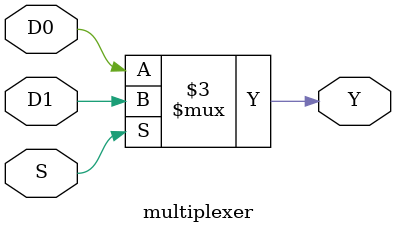
<source format=v>
module multiplexer( D0, D1, S, Y);
input wire D0, D1, S;
output reg Y;
always @(D0 or D1 or S)
begin
if(S) 
	Y= D1;
else
	Y=D0;
end
endmodule
</source>
